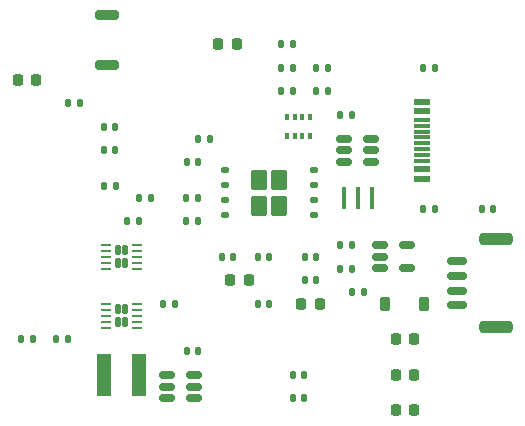
<source format=gbr>
%TF.GenerationSoftware,KiCad,Pcbnew,9.0.6*%
%TF.CreationDate,2026-01-01T00:57:53+05:30*%
%TF.ProjectId,fc,66632e6b-6963-4616-945f-706362585858,rev?*%
%TF.SameCoordinates,Original*%
%TF.FileFunction,Paste,Top*%
%TF.FilePolarity,Positive*%
%FSLAX46Y46*%
G04 Gerber Fmt 4.6, Leading zero omitted, Abs format (unit mm)*
G04 Created by KiCad (PCBNEW 9.0.6) date 2026-01-01 00:57:53*
%MOMM*%
%LPD*%
G01*
G04 APERTURE LIST*
G04 Aperture macros list*
%AMRoundRect*
0 Rectangle with rounded corners*
0 $1 Rounding radius*
0 $2 $3 $4 $5 $6 $7 $8 $9 X,Y pos of 4 corners*
0 Add a 4 corners polygon primitive as box body*
4,1,4,$2,$3,$4,$5,$6,$7,$8,$9,$2,$3,0*
0 Add four circle primitives for the rounded corners*
1,1,$1+$1,$2,$3*
1,1,$1+$1,$4,$5*
1,1,$1+$1,$6,$7*
1,1,$1+$1,$8,$9*
0 Add four rect primitives between the rounded corners*
20,1,$1+$1,$2,$3,$4,$5,0*
20,1,$1+$1,$4,$5,$6,$7,0*
20,1,$1+$1,$6,$7,$8,$9,0*
20,1,$1+$1,$8,$9,$2,$3,0*%
G04 Aperture macros list end*
%ADD10RoundRect,0.140000X-0.140000X-0.170000X0.140000X-0.170000X0.140000X0.170000X-0.140000X0.170000X0*%
%ADD11RoundRect,0.135000X-0.135000X-0.185000X0.135000X-0.185000X0.135000X0.185000X-0.135000X0.185000X0*%
%ADD12RoundRect,0.225000X-0.225000X-0.250000X0.225000X-0.250000X0.225000X0.250000X-0.225000X0.250000X0*%
%ADD13RoundRect,0.150000X-0.512500X-0.150000X0.512500X-0.150000X0.512500X0.150000X-0.512500X0.150000X0*%
%ADD14R,1.150000X3.600000*%
%ADD15RoundRect,0.130000X-0.130000X-0.315000X0.130000X-0.315000X0.130000X0.315000X-0.130000X0.315000X0*%
%ADD16RoundRect,0.062500X-0.337500X-0.062500X0.337500X-0.062500X0.337500X0.062500X-0.337500X0.062500X0*%
%ADD17RoundRect,0.218750X-0.218750X-0.256250X0.218750X-0.256250X0.218750X0.256250X-0.218750X0.256250X0*%
%ADD18R,0.350000X0.500000*%
%ADD19R,1.450000X0.600000*%
%ADD20R,1.450000X0.300000*%
%ADD21RoundRect,0.150000X-0.700000X0.150000X-0.700000X-0.150000X0.700000X-0.150000X0.700000X0.150000X0*%
%ADD22RoundRect,0.250000X-1.150000X0.250000X-1.150000X-0.250000X1.150000X-0.250000X1.150000X0.250000X0*%
%ADD23RoundRect,0.225000X-0.225000X-0.375000X0.225000X-0.375000X0.225000X0.375000X-0.225000X0.375000X0*%
%ADD24RoundRect,0.250000X-0.435000X-0.615000X0.435000X-0.615000X0.435000X0.615000X-0.435000X0.615000X0*%
%ADD25RoundRect,0.125000X-0.200000X-0.125000X0.200000X-0.125000X0.200000X0.125000X-0.200000X0.125000X0*%
%ADD26RoundRect,0.200000X0.800000X-0.200000X0.800000X0.200000X-0.800000X0.200000X-0.800000X-0.200000X0*%
%ADD27R,0.400000X1.900000*%
G04 APERTURE END LIST*
D10*
%TO.C,C14*%
X135760000Y-92390000D03*
X136720000Y-92390000D03*
%TD*%
%TO.C,C17*%
X151760000Y-113390000D03*
X152720000Y-113390000D03*
%TD*%
D11*
%TO.C,R14*%
X150730000Y-85390000D03*
X151750000Y-85390000D03*
%TD*%
%TO.C,R21*%
X142730000Y-100390000D03*
X143750000Y-100390000D03*
%TD*%
%TO.C,R10*%
X150730000Y-89390000D03*
X151750000Y-89390000D03*
%TD*%
%TO.C,R13*%
X142730000Y-98390000D03*
X143750000Y-98390000D03*
%TD*%
D10*
%TO.C,C18*%
X145760000Y-103390000D03*
X146720000Y-103390000D03*
%TD*%
%TO.C,C20*%
X143760000Y-93390000D03*
X144720000Y-93390000D03*
%TD*%
%TO.C,C8*%
X148760000Y-103390000D03*
X149720000Y-103390000D03*
%TD*%
%TO.C,C12*%
X135760000Y-94390000D03*
X136720000Y-94390000D03*
%TD*%
D12*
%TO.C,C4*%
X160465000Y-116390000D03*
X162015000Y-116390000D03*
%TD*%
D13*
%TO.C,U2*%
X141102500Y-113440000D03*
X141102500Y-114390000D03*
X141102500Y-115340000D03*
X143377500Y-115340000D03*
X143377500Y-114390000D03*
X143377500Y-113440000D03*
%TD*%
D14*
%TO.C,L1*%
X135765000Y-113390000D03*
X138715000Y-113390000D03*
%TD*%
D11*
%TO.C,R5*%
X140730000Y-107390000D03*
X141750000Y-107390000D03*
%TD*%
D13*
%TO.C,U5*%
X159102500Y-102440000D03*
X159102500Y-103390000D03*
X159102500Y-104340000D03*
X161377500Y-104340000D03*
X161377500Y-102440000D03*
%TD*%
D11*
%TO.C,R8*%
X162730000Y-87390000D03*
X163750000Y-87390000D03*
%TD*%
D13*
%TO.C,U4*%
X156102500Y-93440000D03*
X156102500Y-94390000D03*
X156102500Y-95340000D03*
X158377500Y-95340000D03*
X158377500Y-94390000D03*
X158377500Y-93440000D03*
%TD*%
D11*
%TO.C,R15*%
X150730000Y-87390000D03*
X151750000Y-87390000D03*
%TD*%
D15*
%TO.C,U3*%
X136915000Y-102840000D03*
X136915000Y-103940000D03*
X137565000Y-102840000D03*
X137565000Y-103940000D03*
D16*
X135965000Y-102390000D03*
X135965000Y-102890000D03*
X135965000Y-103390000D03*
X135965000Y-103890000D03*
X135965000Y-104390000D03*
X138515000Y-104390000D03*
X138515000Y-103890000D03*
X138515000Y-103390000D03*
X138515000Y-102890000D03*
X138515000Y-102390000D03*
%TD*%
D11*
%TO.C,R12*%
X153730000Y-89390000D03*
X154750000Y-89390000D03*
%TD*%
D17*
%TO.C,D2*%
X146452500Y-105390000D03*
X148027500Y-105390000D03*
%TD*%
D11*
%TO.C,R6*%
X128730000Y-110390000D03*
X129750000Y-110390000D03*
%TD*%
%TO.C,R19*%
X153730000Y-87390000D03*
X154750000Y-87390000D03*
%TD*%
D12*
%TO.C,C9*%
X152465000Y-107390000D03*
X154015000Y-107390000D03*
%TD*%
D10*
%TO.C,C15*%
X142760000Y-95390000D03*
X143720000Y-95390000D03*
%TD*%
%TO.C,C11*%
X167760000Y-99390000D03*
X168720000Y-99390000D03*
%TD*%
D11*
%TO.C,R9*%
X162730000Y-99390000D03*
X163750000Y-99390000D03*
%TD*%
D10*
%TO.C,C13*%
X152760000Y-105390000D03*
X153720000Y-105390000D03*
%TD*%
D11*
%TO.C,R17*%
X155730000Y-102390000D03*
X156750000Y-102390000D03*
%TD*%
%TO.C,R18*%
X155730000Y-104390000D03*
X156750000Y-104390000D03*
%TD*%
D18*
%TO.C,U8*%
X151265000Y-91590000D03*
X151915000Y-91590000D03*
X152565000Y-91590000D03*
X153215000Y-91590000D03*
X153215000Y-93190000D03*
X152565000Y-93190000D03*
X151915000Y-93190000D03*
X151265000Y-93190000D03*
%TD*%
D10*
%TO.C,C16*%
X151760000Y-115390000D03*
X152720000Y-115390000D03*
%TD*%
D19*
%TO.C,J1*%
X162655000Y-96790000D03*
X162655000Y-95990000D03*
D20*
X162655000Y-94790000D03*
X162655000Y-93790000D03*
X162655000Y-93290000D03*
X162655000Y-92290000D03*
D19*
X162655000Y-91090000D03*
X162655000Y-90290000D03*
X162655000Y-90290000D03*
X162655000Y-91090000D03*
D20*
X162655000Y-91790000D03*
X162655000Y-92790000D03*
X162655000Y-94290000D03*
X162655000Y-95290000D03*
D19*
X162655000Y-95990000D03*
X162655000Y-96790000D03*
%TD*%
D17*
%TO.C,D3*%
X145452500Y-85390000D03*
X147027500Y-85390000D03*
%TD*%
D12*
%TO.C,C3*%
X160465000Y-110390000D03*
X162015000Y-110390000D03*
%TD*%
D11*
%TO.C,R11*%
X155730000Y-91390000D03*
X156750000Y-91390000D03*
%TD*%
D21*
%TO.C,J3*%
X165620000Y-103765000D03*
X165620000Y-105015000D03*
X165620000Y-106265000D03*
X165620000Y-107515000D03*
D22*
X168970000Y-101915000D03*
X168970000Y-109365000D03*
%TD*%
D10*
%TO.C,C2*%
X142760000Y-111390000D03*
X143720000Y-111390000D03*
%TD*%
D11*
%TO.C,R2*%
X135730000Y-97390000D03*
X136750000Y-97390000D03*
%TD*%
D10*
%TO.C,C19*%
X148760000Y-107390000D03*
X149720000Y-107390000D03*
%TD*%
D23*
%TO.C,D1*%
X159590000Y-107390000D03*
X162890000Y-107390000D03*
%TD*%
D10*
%TO.C,C10*%
X152760000Y-103390000D03*
X153720000Y-103390000D03*
%TD*%
D12*
%TO.C,C5*%
X160465000Y-113390000D03*
X162015000Y-113390000D03*
%TD*%
D11*
%TO.C,R3*%
X138730000Y-98390000D03*
X139750000Y-98390000D03*
%TD*%
D24*
%TO.C,U9*%
X148910000Y-96920000D03*
X148910000Y-99070000D03*
X150610000Y-96920000D03*
X150610000Y-99070000D03*
D25*
X146010000Y-96090000D03*
X146010000Y-97360000D03*
X146010000Y-98630000D03*
X146010000Y-99900000D03*
X153510000Y-99900000D03*
X153510000Y-98630000D03*
X153510000Y-97360000D03*
X153510000Y-96090000D03*
%TD*%
D15*
%TO.C,U1*%
X136915000Y-107840000D03*
X136915000Y-108940000D03*
X137565000Y-107840000D03*
X137565000Y-108940000D03*
D16*
X135965000Y-107390000D03*
X135965000Y-107890000D03*
X135965000Y-108390000D03*
X135965000Y-108890000D03*
X135965000Y-109390000D03*
X138515000Y-109390000D03*
X138515000Y-108890000D03*
X138515000Y-108390000D03*
X138515000Y-107890000D03*
X138515000Y-107390000D03*
%TD*%
D12*
%TO.C,C1*%
X128465000Y-88390000D03*
X130015000Y-88390000D03*
%TD*%
D26*
%TO.C,SW1*%
X135990000Y-87130000D03*
X135990000Y-82930000D03*
%TD*%
D11*
%TO.C,R1*%
X132730000Y-90390000D03*
X133750000Y-90390000D03*
%TD*%
%TO.C,R4*%
X137730000Y-100390000D03*
X138750000Y-100390000D03*
%TD*%
%TO.C,R16*%
X156730000Y-106390000D03*
X157750000Y-106390000D03*
%TD*%
%TO.C,R7*%
X131730000Y-110390000D03*
X132750000Y-110390000D03*
%TD*%
D27*
%TO.C,Y1*%
X156040000Y-98390000D03*
X157240000Y-98390000D03*
X158440000Y-98390000D03*
%TD*%
M02*

</source>
